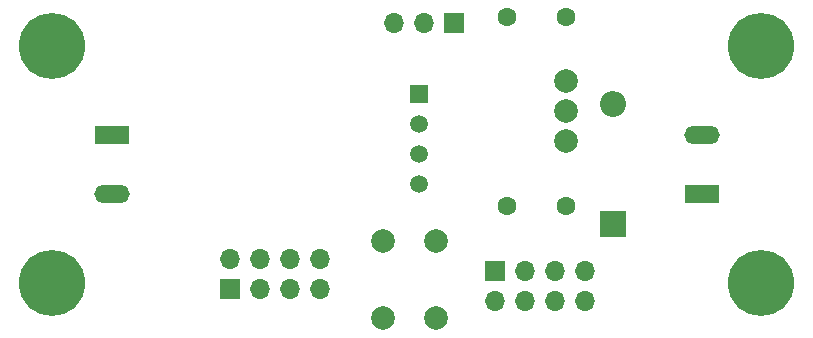
<source format=gbs>
G04 #@! TF.GenerationSoftware,KiCad,Pcbnew,5.1.9+dfsg1-1~bpo10+1*
G04 #@! TF.CreationDate,2021-07-01T19:03:26+00:00*
G04 #@! TF.ProjectId,klima,6b6c696d-612e-46b6-9963-61645f706362,rev?*
G04 #@! TF.SameCoordinates,Original*
G04 #@! TF.FileFunction,Soldermask,Bot*
G04 #@! TF.FilePolarity,Negative*
%FSLAX46Y46*%
G04 Gerber Fmt 4.6, Leading zero omitted, Abs format (unit mm)*
G04 Created by KiCad (PCBNEW 5.1.9+dfsg1-1~bpo10+1) date 2021-07-01 19:03:26*
%MOMM*%
%LPD*%
G01*
G04 APERTURE LIST*
%ADD10C,2.000000*%
%ADD11R,1.700000X1.700000*%
%ADD12O,1.700000X1.700000*%
%ADD13C,1.600000*%
%ADD14R,2.200000X2.200000*%
%ADD15O,2.200000X2.200000*%
%ADD16C,5.600000*%
%ADD17R,3.000000X1.500000*%
%ADD18O,3.000000X1.500000*%
%ADD19R,1.500000X1.500000*%
%ADD20C,1.500000*%
G04 APERTURE END LIST*
D10*
X137500000Y-98000000D03*
X133000000Y-98000000D03*
X137500000Y-91500000D03*
X133000000Y-91500000D03*
D11*
X139000000Y-73000000D03*
D12*
X136460000Y-73000000D03*
X133920000Y-73000000D03*
D13*
X148500000Y-88500000D03*
X143500000Y-88500000D03*
X143500000Y-72500000D03*
X148500000Y-72500000D03*
D14*
X152500000Y-90000000D03*
D15*
X152500000Y-79840000D03*
D16*
X105000000Y-95000000D03*
X165000000Y-95000000D03*
X165000000Y-75000000D03*
X105000000Y-75000000D03*
D17*
X110000000Y-82500000D03*
D18*
X110000000Y-87500000D03*
X160000000Y-82500000D03*
D17*
X160000000Y-87500000D03*
D10*
X148500000Y-83040000D03*
X148500000Y-80500000D03*
X148500000Y-77960000D03*
D19*
X136000000Y-79000000D03*
D20*
X136000000Y-81540000D03*
X136000000Y-84080000D03*
X136000000Y-86620000D03*
D11*
X120000000Y-95500000D03*
D12*
X120000000Y-92960000D03*
X122540000Y-95500000D03*
X122540000Y-92960000D03*
X125080000Y-95500000D03*
X125080000Y-92960000D03*
X127620000Y-95500000D03*
X127620000Y-92960000D03*
D11*
X142500000Y-94000000D03*
D12*
X142500000Y-96540000D03*
X145040000Y-94000000D03*
X145040000Y-96540000D03*
X147580000Y-94000000D03*
X147580000Y-96540000D03*
X150120000Y-94000000D03*
X150120000Y-96540000D03*
M02*

</source>
